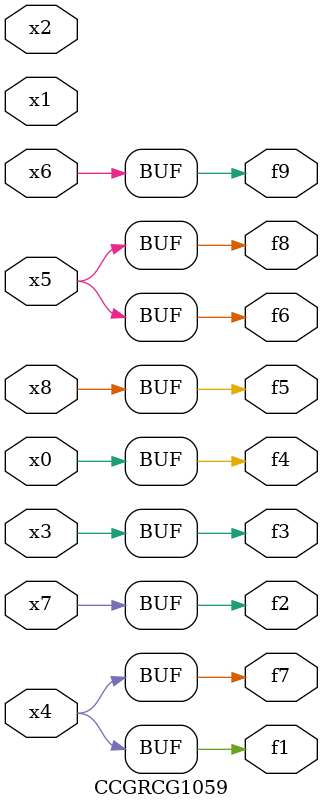
<source format=v>
module CCGRCG1059(
	input x0, x1, x2, x3, x4, x5, x6, x7, x8,
	output f1, f2, f3, f4, f5, f6, f7, f8, f9
);
	assign f1 = x4;
	assign f2 = x7;
	assign f3 = x3;
	assign f4 = x0;
	assign f5 = x8;
	assign f6 = x5;
	assign f7 = x4;
	assign f8 = x5;
	assign f9 = x6;
endmodule

</source>
